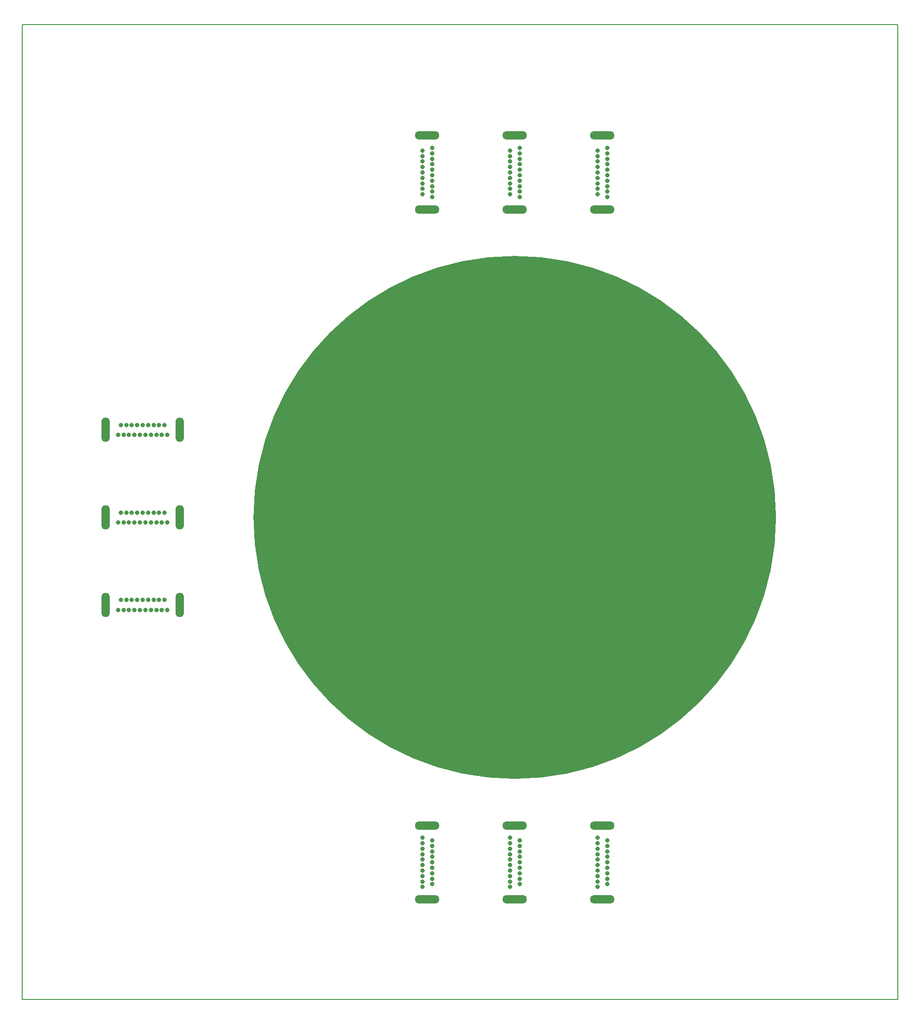
<source format=gbr>
%TF.GenerationSoftware,KiCad,Pcbnew,(5.1.9)-1*%
%TF.CreationDate,2021-08-09T14:44:20-06:00*%
%TF.ProjectId,VacuumFeedThruHDMI,56616375-756d-4466-9565-645468727548,rev?*%
%TF.SameCoordinates,Original*%
%TF.FileFunction,Soldermask,Top*%
%TF.FilePolarity,Negative*%
%FSLAX46Y46*%
G04 Gerber Fmt 4.6, Leading zero omitted, Abs format (unit mm)*
G04 Created by KiCad (PCBNEW (5.1.9)-1) date 2021-08-09 14:44:20*
%MOMM*%
%LPD*%
G01*
G04 APERTURE LIST*
%ADD10C,0.150000*%
%ADD11C,0.500000*%
%ADD12O,2.810000X2.810000*%
%ADD13O,0.920000X0.920000*%
%ADD14O,4.500000X1.500000*%
%ADD15C,0.800000*%
%ADD16O,1.500000X4.500000*%
%ADD17C,10.000000*%
%ADD18C,0.254000*%
%ADD19C,0.100000*%
G04 APERTURE END LIST*
D10*
X70000000Y-88000000D02*
X70000000Y90000000D01*
X-90000000Y-88000000D02*
X70000000Y-88000000D01*
X-90000000Y90000000D02*
X-90000000Y-88000000D01*
X70000000Y90000000D02*
X-90000000Y90000000D01*
D11*
X47500000Y0D02*
G75*
G03*
X47500000Y0I-47500000J0D01*
G01*
D12*
%TO.C,J3*%
X-12275000Y-11450000D03*
X12275000Y-11450000D03*
D13*
X7620000Y-12000000D03*
X6985000Y-10900000D03*
X6350000Y-12000000D03*
X5715000Y-10900000D03*
X5080000Y-12000000D03*
X4445000Y-10900000D03*
X3810000Y-12000000D03*
X3175000Y-10900000D03*
X2540000Y-12000000D03*
X1905000Y-10900000D03*
X1270000Y-12000000D03*
X635000Y-10900000D03*
X0Y-12000000D03*
X-635000Y-10900000D03*
X-1270000Y-12000000D03*
X-1905000Y-10900000D03*
X-2540000Y-12000000D03*
X-3175000Y-10900000D03*
X-3810000Y-12000000D03*
X-4445000Y-10900000D03*
X-5080000Y-12000000D03*
X-5715000Y-10900000D03*
X-6350000Y-12000000D03*
X-6985000Y-10900000D03*
X-7620000Y-12000000D03*
%TD*%
D14*
%TO.C,J3 - (9:12)*%
X16000000Y-56250000D03*
X16000000Y-69750000D03*
D15*
X15100000Y-58500000D03*
X16900000Y-59000000D03*
X15100000Y-59500000D03*
X16900000Y-60000000D03*
X15100000Y-60500000D03*
X16900000Y-61000000D03*
X15100000Y-61500000D03*
X16900000Y-62000000D03*
X15100000Y-62500000D03*
X16900000Y-63000000D03*
X15100000Y-63500000D03*
X16900000Y-64000000D03*
X15100000Y-64500000D03*
X16900000Y-65000000D03*
X15100000Y-65500000D03*
X16900000Y-66000000D03*
X15100000Y-66500000D03*
X16900000Y-67000000D03*
X15100000Y-67500000D03*
%TD*%
D14*
%TO.C,J3 - (1:4)*%
X-16000000Y-56250000D03*
X-16000000Y-69750000D03*
D15*
X-16900000Y-58500000D03*
X-15100000Y-59000000D03*
X-16900000Y-59500000D03*
X-15100000Y-60000000D03*
X-16900000Y-60500000D03*
X-15100000Y-61000000D03*
X-16900000Y-61500000D03*
X-15100000Y-62000000D03*
X-16900000Y-62500000D03*
X-15100000Y-63000000D03*
X-16900000Y-63500000D03*
X-15100000Y-64000000D03*
X-16900000Y-64500000D03*
X-15100000Y-65000000D03*
X-16900000Y-65500000D03*
X-15100000Y-66000000D03*
X-16900000Y-66500000D03*
X-15100000Y-67000000D03*
X-16900000Y-67500000D03*
%TD*%
D14*
%TO.C,J3 - (5:8)*%
X0Y-56250000D03*
X0Y-69750000D03*
D15*
X-900000Y-58500000D03*
X900000Y-59000000D03*
X-900000Y-59500000D03*
X900000Y-60000000D03*
X-900000Y-60500000D03*
X900000Y-61000000D03*
X-900000Y-61500000D03*
X900000Y-62000000D03*
X-900000Y-62500000D03*
X900000Y-63000000D03*
X-900000Y-63500000D03*
X900000Y-64000000D03*
X-900000Y-64500000D03*
X900000Y-65000000D03*
X-900000Y-65500000D03*
X900000Y-66000000D03*
X-900000Y-66500000D03*
X900000Y-67000000D03*
X-900000Y-67500000D03*
%TD*%
D12*
%TO.C,J1*%
X-12275000Y12550000D03*
X12275000Y12550000D03*
D13*
X7620000Y12000000D03*
X6985000Y13100000D03*
X6350000Y12000000D03*
X5715000Y13100000D03*
X5080000Y12000000D03*
X4445000Y13100000D03*
X3810000Y12000000D03*
X3175000Y13100000D03*
X2540000Y12000000D03*
X1905000Y13100000D03*
X1270000Y12000000D03*
X635000Y13100000D03*
X0Y12000000D03*
X-635000Y13100000D03*
X-1270000Y12000000D03*
X-1905000Y13100000D03*
X-2540000Y12000000D03*
X-3175000Y13100000D03*
X-3810000Y12000000D03*
X-4445000Y13100000D03*
X-5080000Y12000000D03*
X-5715000Y13100000D03*
X-6350000Y12000000D03*
X-6985000Y13100000D03*
X-7620000Y12000000D03*
%TD*%
D14*
%TO.C,J1 - (9:12)*%
X16000000Y56250000D03*
X16000000Y69750000D03*
D15*
X16900000Y58500000D03*
X15100000Y59000000D03*
X16900000Y59500000D03*
X15100000Y60000000D03*
X16900000Y60500000D03*
X15100000Y61000000D03*
X16900000Y61500000D03*
X15100000Y62000000D03*
X16900000Y62500000D03*
X15100000Y63000000D03*
X16900000Y63500000D03*
X15100000Y64000000D03*
X16900000Y64500000D03*
X15100000Y65000000D03*
X16900000Y65500000D03*
X15100000Y66000000D03*
X16900000Y66500000D03*
X15100000Y67000000D03*
X16900000Y67500000D03*
%TD*%
D14*
%TO.C,J1- (1:4)*%
X-16000000Y56250000D03*
X-16000000Y69750000D03*
D15*
X-15100000Y58500000D03*
X-16900000Y59000000D03*
X-15100000Y59500000D03*
X-16900000Y60000000D03*
X-15100000Y60500000D03*
X-16900000Y61000000D03*
X-15100000Y61500000D03*
X-16900000Y62000000D03*
X-15100000Y62500000D03*
X-16900000Y63000000D03*
X-15100000Y63500000D03*
X-16900000Y64000000D03*
X-15100000Y64500000D03*
X-16900000Y65000000D03*
X-15100000Y65500000D03*
X-16900000Y66000000D03*
X-15100000Y66500000D03*
X-16900000Y67000000D03*
X-15100000Y67500000D03*
%TD*%
D14*
%TO.C,J1 - (5:8)*%
X0Y56250000D03*
X0Y69750000D03*
D15*
X900000Y58500000D03*
X-900000Y59000000D03*
X900000Y59500000D03*
X-900000Y60000000D03*
X900000Y60500000D03*
X-900000Y61000000D03*
X900000Y61500000D03*
X-900000Y62000000D03*
X900000Y62500000D03*
X-900000Y63000000D03*
X900000Y63500000D03*
X-900000Y64000000D03*
X900000Y64500000D03*
X-900000Y65000000D03*
X900000Y65500000D03*
X-900000Y66000000D03*
X900000Y66500000D03*
X-900000Y67000000D03*
X900000Y67500000D03*
%TD*%
D12*
%TO.C,J2*%
X-12275000Y550000D03*
X12275000Y550000D03*
D13*
X7620000Y0D03*
X6985000Y1100000D03*
X6350000Y0D03*
X5715000Y1100000D03*
X5080000Y0D03*
X4445000Y1100000D03*
X3810000Y0D03*
X3175000Y1100000D03*
X2540000Y0D03*
X1905000Y1100000D03*
X1270000Y0D03*
X635000Y1100000D03*
X0Y0D03*
X-635000Y1100000D03*
X-1270000Y0D03*
X-1905000Y1100000D03*
X-2540000Y0D03*
X-3175000Y1100000D03*
X-3810000Y0D03*
X-4445000Y1100000D03*
X-5080000Y0D03*
X-5715000Y1100000D03*
X-6350000Y0D03*
X-6985000Y1100000D03*
X-7620000Y0D03*
%TD*%
D16*
%TO.C,J2 - (9:12)*%
X-74750000Y16000000D03*
X-61250000Y16000000D03*
D15*
X-72500000Y15100000D03*
X-72000000Y16900000D03*
X-71500000Y15100000D03*
X-71000000Y16900000D03*
X-70500000Y15100000D03*
X-70000000Y16900000D03*
X-69500000Y15100000D03*
X-69000000Y16900000D03*
X-68500000Y15100000D03*
X-68000000Y16900000D03*
X-67500000Y15100000D03*
X-67000000Y16900000D03*
X-66500000Y15100000D03*
X-66000000Y16900000D03*
X-65500000Y15100000D03*
X-65000000Y16900000D03*
X-64500000Y15100000D03*
X-64000000Y16900000D03*
X-63500000Y15100000D03*
%TD*%
D16*
%TO.C,J2 - (1:4)*%
X-74750000Y-16000000D03*
X-61250000Y-16000000D03*
D15*
X-72500000Y-16900000D03*
X-72000000Y-15100000D03*
X-71500000Y-16900000D03*
X-71000000Y-15100000D03*
X-70500000Y-16900000D03*
X-70000000Y-15100000D03*
X-69500000Y-16900000D03*
X-69000000Y-15100000D03*
X-68500000Y-16900000D03*
X-68000000Y-15100000D03*
X-67500000Y-16900000D03*
X-67000000Y-15100000D03*
X-66500000Y-16900000D03*
X-66000000Y-15100000D03*
X-65500000Y-16900000D03*
X-65000000Y-15100000D03*
X-64500000Y-16900000D03*
X-64000000Y-15100000D03*
X-63500000Y-16900000D03*
%TD*%
D16*
%TO.C,J2 - (5:8)*%
X-74750000Y0D03*
X-61250000Y0D03*
D15*
X-72500000Y-900000D03*
X-72000000Y900000D03*
X-71500000Y-900000D03*
X-71000000Y900000D03*
X-70500000Y-900000D03*
X-70000000Y900000D03*
X-69500000Y-900000D03*
X-69000000Y900000D03*
X-68500000Y-900000D03*
X-68000000Y900000D03*
X-67500000Y-900000D03*
X-67000000Y900000D03*
X-66500000Y-900000D03*
X-66000000Y900000D03*
X-65500000Y-900000D03*
X-65000000Y900000D03*
X-64500000Y-900000D03*
X-64000000Y900000D03*
X-63500000Y-900000D03*
%TD*%
D17*
%TO.C,J2*%
X15795259Y-38133128D03*
X38133128Y-15795259D03*
X38133128Y15795259D03*
X15795259Y38133128D03*
X-15795259Y38133128D03*
X-38133128Y15795259D03*
X-38133128Y-15795259D03*
X-15795259Y-38133128D03*
%TD*%
D18*
X4256011Y47403063D02*
X7632536Y46666005D01*
X14810188Y45058770D01*
X22930075Y41487615D01*
X28793086Y37768393D01*
X32921526Y34068752D01*
X36801353Y29999422D01*
X40390425Y24845116D01*
X44262111Y17051851D01*
X45846734Y12178388D01*
X46904028Y6612632D01*
X47522531Y-540064D01*
X47064062Y-5902160D01*
X46136648Y-10569147D01*
X44260524Y-16766343D01*
X42187070Y-21581144D01*
X37957724Y-28413931D01*
X33020816Y-33989147D01*
X28684051Y-37687858D01*
X22028161Y-41978762D01*
X17543862Y-44101330D01*
X11018970Y-46116664D01*
X5365810Y-47223367D01*
X-1315762Y-47422817D01*
X-7090357Y-46864307D01*
X-14172160Y-45328254D01*
X-21323618Y-42395857D01*
X-25782228Y-39792508D01*
X-28453897Y-37978165D01*
X-31226039Y-35704611D01*
X-33908713Y-33171528D01*
X-36880798Y-29820452D01*
X-40371829Y-24992855D01*
X-42704477Y-20566805D01*
X-45418393Y-13732125D01*
X-46494828Y-9047641D01*
X-47203255Y-3529893D01*
X-47342867Y917749D01*
X-46934082Y7039553D01*
X-44509963Y16327022D01*
X-40810742Y24343664D01*
X-34576337Y32393527D01*
X-28643096Y37798261D01*
X-21877916Y41999058D01*
X-18202382Y43841806D01*
X-11588501Y45896797D01*
X-5713401Y47083787D01*
X-905423Y47383039D01*
X2120323Y47412997D01*
X4256011Y47403063D01*
D19*
G36*
X4256011Y47403063D02*
G01*
X7632536Y46666005D01*
X14810188Y45058770D01*
X22930075Y41487615D01*
X28793086Y37768393D01*
X32921526Y34068752D01*
X36801353Y29999422D01*
X40390425Y24845116D01*
X44262111Y17051851D01*
X45846734Y12178388D01*
X46904028Y6612632D01*
X47522531Y-540064D01*
X47064062Y-5902160D01*
X46136648Y-10569147D01*
X44260524Y-16766343D01*
X42187070Y-21581144D01*
X37957724Y-28413931D01*
X33020816Y-33989147D01*
X28684051Y-37687858D01*
X22028161Y-41978762D01*
X17543862Y-44101330D01*
X11018970Y-46116664D01*
X5365810Y-47223367D01*
X-1315762Y-47422817D01*
X-7090357Y-46864307D01*
X-14172160Y-45328254D01*
X-21323618Y-42395857D01*
X-25782228Y-39792508D01*
X-28453897Y-37978165D01*
X-31226039Y-35704611D01*
X-33908713Y-33171528D01*
X-36880798Y-29820452D01*
X-40371829Y-24992855D01*
X-42704477Y-20566805D01*
X-45418393Y-13732125D01*
X-46494828Y-9047641D01*
X-47203255Y-3529893D01*
X-47342867Y917749D01*
X-46934082Y7039553D01*
X-44509963Y16327022D01*
X-40810742Y24343664D01*
X-34576337Y32393527D01*
X-28643096Y37798261D01*
X-21877916Y41999058D01*
X-18202382Y43841806D01*
X-11588501Y45896797D01*
X-5713401Y47083787D01*
X-905423Y47383039D01*
X2120323Y47412997D01*
X4256011Y47403063D01*
G37*
M02*

</source>
